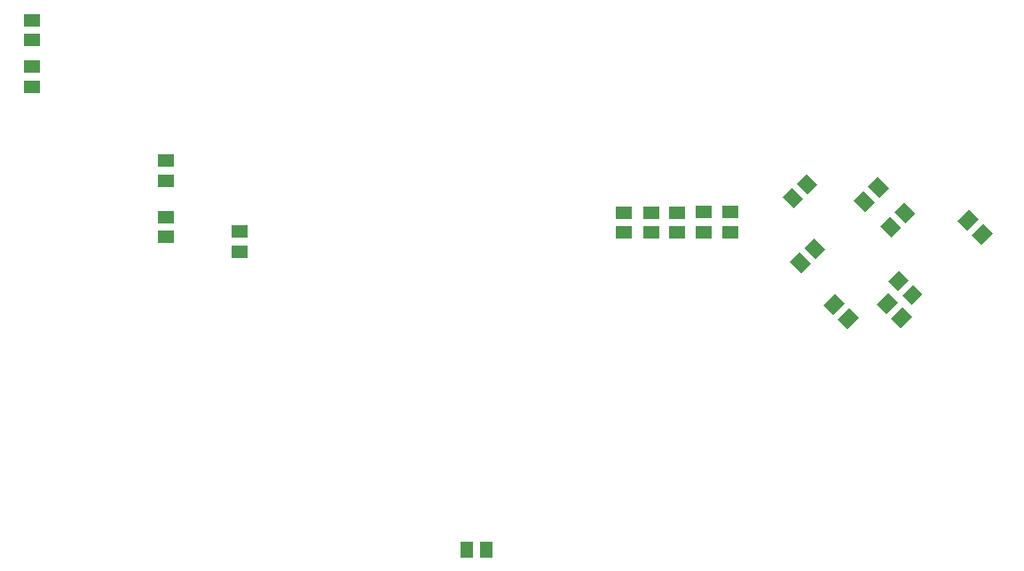
<source format=gbp>
G04 EAGLE Gerber RS-274X export*
G75*
%MOMM*%
%FSLAX34Y34*%
%LPD*%
%INBottom Paste*%
%IPPOS*%
%AMOC8*
5,1,8,0,0,1.08239X$1,22.5*%
G01*
%ADD10R,1.300000X1.500000*%
%ADD11R,1.500000X1.300000*%


D10*
X514706Y249428D03*
X495706Y249428D03*
D11*
X208788Y566776D03*
X208788Y547776D03*
X279400Y553060D03*
X279400Y534060D03*
X209042Y620878D03*
X209042Y601878D03*
X81534Y735736D03*
X81534Y754736D03*
X81534Y710540D03*
X81534Y691540D03*
X646158Y552002D03*
X646158Y571002D03*
X671812Y552256D03*
X671812Y571256D03*
X696958Y552256D03*
X696958Y571256D03*
X722358Y552510D03*
X722358Y571510D03*
X747504Y552510D03*
X747504Y571510D03*
D10*
G36*
X878961Y596197D02*
X888153Y605389D01*
X898759Y594783D01*
X889567Y585591D01*
X878961Y596197D01*
G37*
G36*
X865526Y582761D02*
X874718Y591953D01*
X885324Y581347D01*
X876132Y572155D01*
X865526Y582761D01*
G37*
G36*
X910470Y556709D02*
X901278Y547517D01*
X890672Y558123D01*
X899864Y567315D01*
X910470Y556709D01*
G37*
G36*
X923905Y570145D02*
X914713Y560953D01*
X904107Y571559D01*
X913299Y580751D01*
X923905Y570145D01*
G37*
G36*
X973778Y554095D02*
X964586Y563287D01*
X975192Y573893D01*
X984384Y564701D01*
X973778Y554095D01*
G37*
G36*
X987213Y540659D02*
X978021Y549851D01*
X988627Y560457D01*
X997819Y551265D01*
X987213Y540659D01*
G37*
G36*
X907230Y496183D02*
X898038Y505375D01*
X908644Y515981D01*
X917836Y506789D01*
X907230Y496183D01*
G37*
G36*
X920665Y482747D02*
X911473Y491939D01*
X922079Y502545D01*
X931271Y493353D01*
X920665Y482747D01*
G37*
G36*
X896816Y474593D02*
X887624Y483785D01*
X898230Y494391D01*
X907422Y485199D01*
X896816Y474593D01*
G37*
G36*
X910251Y461157D02*
X901059Y470349D01*
X911665Y480955D01*
X920857Y471763D01*
X910251Y461157D01*
G37*
G36*
X846016Y473831D02*
X836824Y483023D01*
X847430Y493629D01*
X856622Y484437D01*
X846016Y473831D01*
G37*
G36*
X859451Y460395D02*
X850259Y469587D01*
X860865Y480193D01*
X870057Y471001D01*
X859451Y460395D01*
G37*
G36*
X818001Y537523D02*
X827193Y546715D01*
X837799Y536109D01*
X828607Y526917D01*
X818001Y537523D01*
G37*
G36*
X804566Y524087D02*
X813758Y533279D01*
X824364Y522673D01*
X815172Y513481D01*
X804566Y524087D01*
G37*
G36*
X810889Y599245D02*
X820081Y608437D01*
X830687Y597831D01*
X821495Y588639D01*
X810889Y599245D01*
G37*
G36*
X797454Y585809D02*
X806646Y595001D01*
X817252Y584395D01*
X808060Y575203D01*
X797454Y585809D01*
G37*
M02*

</source>
